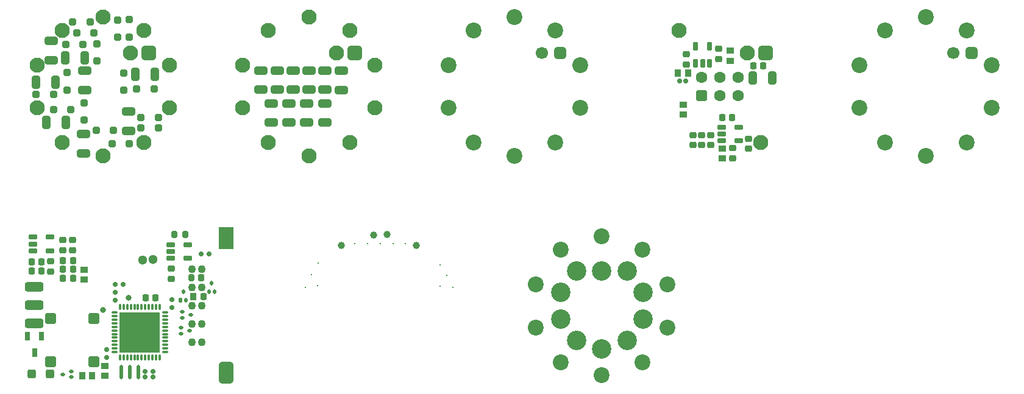
<source format=gts>
G04 Layer_Color=8388736*
%FSLAX25Y25*%
%MOIN*%
G70*
G01*
G75*
%ADD50C,0.03937*%
%ADD53C,0.03150*%
%ADD86R,0.03543X0.03937*%
G04:AMPARAMS|DCode=87|XSize=39.37mil|YSize=35.43mil|CornerRadius=9.84mil|HoleSize=0mil|Usage=FLASHONLY|Rotation=90.000|XOffset=0mil|YOffset=0mil|HoleType=Round|Shape=RoundedRectangle|*
%AMROUNDEDRECTD87*
21,1,0.03937,0.01575,0,0,90.0*
21,1,0.01969,0.03543,0,0,90.0*
1,1,0.01969,0.00787,0.00984*
1,1,0.01969,0.00787,-0.00984*
1,1,0.01969,-0.00787,-0.00984*
1,1,0.01969,-0.00787,0.00984*
%
%ADD87ROUNDEDRECTD87*%
%ADD88R,0.03937X0.03543*%
G04:AMPARAMS|DCode=89|XSize=23.62mil|YSize=27.56mil|CornerRadius=6.89mil|HoleSize=0mil|Usage=FLASHONLY|Rotation=90.000|XOffset=0mil|YOffset=0mil|HoleType=Round|Shape=RoundedRectangle|*
%AMROUNDEDRECTD89*
21,1,0.02362,0.01378,0,0,90.0*
21,1,0.00984,0.02756,0,0,90.0*
1,1,0.01378,0.00689,0.00492*
1,1,0.01378,0.00689,-0.00492*
1,1,0.01378,-0.00689,-0.00492*
1,1,0.01378,-0.00689,0.00492*
%
%ADD89ROUNDEDRECTD89*%
G04:AMPARAMS|DCode=90|XSize=39.37mil|YSize=31.5mil|CornerRadius=8.86mil|HoleSize=0mil|Usage=FLASHONLY|Rotation=90.000|XOffset=0mil|YOffset=0mil|HoleType=Round|Shape=RoundedRectangle|*
%AMROUNDEDRECTD90*
21,1,0.03937,0.01378,0,0,90.0*
21,1,0.02165,0.03150,0,0,90.0*
1,1,0.01772,0.00689,0.01083*
1,1,0.01772,0.00689,-0.01083*
1,1,0.01772,-0.00689,-0.01083*
1,1,0.01772,-0.00689,0.01083*
%
%ADD90ROUNDEDRECTD90*%
G04:AMPARAMS|DCode=91|XSize=29.53mil|YSize=47.24mil|CornerRadius=8.37mil|HoleSize=0mil|Usage=FLASHONLY|Rotation=90.000|XOffset=0mil|YOffset=0mil|HoleType=Round|Shape=RoundedRectangle|*
%AMROUNDEDRECTD91*
21,1,0.02953,0.03051,0,0,90.0*
21,1,0.01280,0.04724,0,0,90.0*
1,1,0.01673,0.01526,0.00640*
1,1,0.01673,0.01526,-0.00640*
1,1,0.01673,-0.01526,-0.00640*
1,1,0.01673,-0.01526,0.00640*
%
%ADD91ROUNDEDRECTD91*%
G04:AMPARAMS|DCode=92|XSize=48.94mil|YSize=48.94mil|CornerRadius=13.22mil|HoleSize=0mil|Usage=FLASHONLY|Rotation=90.000|XOffset=0mil|YOffset=0mil|HoleType=Round|Shape=RoundedRectangle|*
%AMROUNDEDRECTD92*
21,1,0.04894,0.02250,0,0,90.0*
21,1,0.02250,0.04894,0,0,90.0*
1,1,0.02644,0.01125,0.01125*
1,1,0.02644,0.01125,-0.01125*
1,1,0.02644,-0.01125,-0.01125*
1,1,0.02644,-0.01125,0.01125*
%
%ADD92ROUNDEDRECTD92*%
G04:AMPARAMS|DCode=93|XSize=17.72mil|YSize=25.59mil|CornerRadius=5.41mil|HoleSize=0mil|Usage=FLASHONLY|Rotation=270.000|XOffset=0mil|YOffset=0mil|HoleType=Round|Shape=RoundedRectangle|*
%AMROUNDEDRECTD93*
21,1,0.01772,0.01476,0,0,270.0*
21,1,0.00689,0.02559,0,0,270.0*
1,1,0.01083,-0.00738,-0.00345*
1,1,0.01083,-0.00738,0.00345*
1,1,0.01083,0.00738,0.00345*
1,1,0.01083,0.00738,-0.00345*
%
%ADD93ROUNDEDRECTD93*%
G04:AMPARAMS|DCode=94|XSize=23.62mil|YSize=27.56mil|CornerRadius=6.89mil|HoleSize=0mil|Usage=FLASHONLY|Rotation=0.000|XOffset=0mil|YOffset=0mil|HoleType=Round|Shape=RoundedRectangle|*
%AMROUNDEDRECTD94*
21,1,0.02362,0.01378,0,0,0.0*
21,1,0.00984,0.02756,0,0,0.0*
1,1,0.01378,0.00492,-0.00689*
1,1,0.01378,-0.00492,-0.00689*
1,1,0.01378,-0.00492,0.00689*
1,1,0.01378,0.00492,0.00689*
%
%ADD94ROUNDEDRECTD94*%
%ADD95O,0.01378X0.03740*%
%ADD96O,0.03740X0.01378*%
%ADD97R,0.22441X0.22441*%
G04:AMPARAMS|DCode=98|XSize=39.37mil|YSize=35.43mil|CornerRadius=9.84mil|HoleSize=0mil|Usage=FLASHONLY|Rotation=0.000|XOffset=0mil|YOffset=0mil|HoleType=Round|Shape=RoundedRectangle|*
%AMROUNDEDRECTD98*
21,1,0.03937,0.01575,0,0,0.0*
21,1,0.01969,0.03543,0,0,0.0*
1,1,0.01969,0.00984,-0.00787*
1,1,0.01969,-0.00984,-0.00787*
1,1,0.01969,-0.00984,0.00787*
1,1,0.01969,0.00984,0.00787*
%
%ADD98ROUNDEDRECTD98*%
G04:AMPARAMS|DCode=99|XSize=39.37mil|YSize=35.43mil|CornerRadius=0mil|HoleSize=0mil|Usage=FLASHONLY|Rotation=90.000|XOffset=0mil|YOffset=0mil|HoleType=Round|Shape=Octagon|*
%AMOCTAGOND99*
4,1,8,0.00886,0.01969,-0.00886,0.01969,-0.01772,0.01083,-0.01772,-0.01083,-0.00886,-0.01969,0.00886,-0.01969,0.01772,-0.01083,0.01772,0.01083,0.00886,0.01969,0.0*
%
%ADD99OCTAGOND99*%

G04:AMPARAMS|DCode=100|XSize=17.72mil|YSize=25.59mil|CornerRadius=5.41mil|HoleSize=0mil|Usage=FLASHONLY|Rotation=180.000|XOffset=0mil|YOffset=0mil|HoleType=Round|Shape=RoundedRectangle|*
%AMROUNDEDRECTD100*
21,1,0.01772,0.01476,0,0,180.0*
21,1,0.00689,0.02559,0,0,180.0*
1,1,0.01083,-0.00345,0.00738*
1,1,0.01083,0.00345,0.00738*
1,1,0.01083,0.00345,-0.00738*
1,1,0.01083,-0.00345,-0.00738*
%
%ADD100ROUNDEDRECTD100*%
G04:AMPARAMS|DCode=101|XSize=17.72mil|YSize=25.59mil|CornerRadius=0mil|HoleSize=0mil|Usage=FLASHONLY|Rotation=180.000|XOffset=0mil|YOffset=0mil|HoleType=Round|Shape=Octagon|*
%AMOCTAGOND101*
4,1,8,0.00443,-0.01280,-0.00443,-0.01280,-0.00886,-0.00837,-0.00886,0.00837,-0.00443,0.01280,0.00443,0.01280,0.00886,0.00837,0.00886,-0.00837,0.00443,-0.01280,0.0*
%
%ADD101OCTAGOND101*%

G04:AMPARAMS|DCode=102|XSize=19.69mil|YSize=78.74mil|CornerRadius=5.91mil|HoleSize=0mil|Usage=FLASHONLY|Rotation=180.000|XOffset=0mil|YOffset=0mil|HoleType=Round|Shape=RoundedRectangle|*
%AMROUNDEDRECTD102*
21,1,0.01969,0.06693,0,0,180.0*
21,1,0.00787,0.07874,0,0,180.0*
1,1,0.01181,-0.00394,0.03347*
1,1,0.01181,0.00394,0.03347*
1,1,0.01181,0.00394,-0.03347*
1,1,0.01181,-0.00394,-0.03347*
%
%ADD102ROUNDEDRECTD102*%
G04:AMPARAMS|DCode=103|XSize=62.99mil|YSize=62.99mil|CornerRadius=16.73mil|HoleSize=0mil|Usage=FLASHONLY|Rotation=180.000|XOffset=0mil|YOffset=0mil|HoleType=Round|Shape=RoundedRectangle|*
%AMROUNDEDRECTD103*
21,1,0.06299,0.02953,0,0,180.0*
21,1,0.02953,0.06299,0,0,180.0*
1,1,0.03347,-0.01476,0.01476*
1,1,0.03347,0.01476,0.01476*
1,1,0.03347,0.01476,-0.01476*
1,1,0.03347,-0.01476,-0.01476*
%
%ADD103ROUNDEDRECTD103*%
G04:AMPARAMS|DCode=104|XSize=102.36mil|YSize=51.18mil|CornerRadius=13.78mil|HoleSize=0mil|Usage=FLASHONLY|Rotation=180.000|XOffset=0mil|YOffset=0mil|HoleType=Round|Shape=RoundedRectangle|*
%AMROUNDEDRECTD104*
21,1,0.10236,0.02362,0,0,180.0*
21,1,0.07480,0.05118,0,0,180.0*
1,1,0.02756,-0.03740,0.01181*
1,1,0.02756,0.03740,0.01181*
1,1,0.02756,0.03740,-0.01181*
1,1,0.02756,-0.03740,-0.01181*
%
%ADD104ROUNDEDRECTD104*%
G04:AMPARAMS|DCode=105|XSize=122.05mil|YSize=82.68mil|CornerRadius=21.65mil|HoleSize=0mil|Usage=FLASHONLY|Rotation=270.000|XOffset=0mil|YOffset=0mil|HoleType=Round|Shape=RoundedRectangle|*
%AMROUNDEDRECTD105*
21,1,0.12205,0.03937,0,0,270.0*
21,1,0.07874,0.08268,0,0,270.0*
1,1,0.04331,-0.01969,-0.03937*
1,1,0.04331,-0.01969,0.03937*
1,1,0.04331,0.01969,0.03937*
1,1,0.04331,0.01969,-0.03937*
%
%ADD105ROUNDEDRECTD105*%
%ADD106R,0.08268X0.12205*%
%ADD107R,0.02559X0.04724*%
G04:AMPARAMS|DCode=108|XSize=70.87mil|YSize=47.24mil|CornerRadius=12.8mil|HoleSize=0mil|Usage=FLASHONLY|Rotation=0.000|XOffset=0mil|YOffset=0mil|HoleType=Round|Shape=RoundedRectangle|*
%AMROUNDEDRECTD108*
21,1,0.07087,0.02165,0,0,0.0*
21,1,0.04528,0.04724,0,0,0.0*
1,1,0.02559,0.02264,-0.01083*
1,1,0.02559,-0.02264,-0.01083*
1,1,0.02559,-0.02264,0.01083*
1,1,0.02559,0.02264,0.01083*
%
%ADD108ROUNDEDRECTD108*%
G04:AMPARAMS|DCode=109|XSize=39.37mil|YSize=39.37mil|CornerRadius=10.83mil|HoleSize=0mil|Usage=FLASHONLY|Rotation=270.000|XOffset=0mil|YOffset=0mil|HoleType=Round|Shape=RoundedRectangle|*
%AMROUNDEDRECTD109*
21,1,0.03937,0.01772,0,0,270.0*
21,1,0.01772,0.03937,0,0,270.0*
1,1,0.02165,-0.00886,-0.00886*
1,1,0.02165,-0.00886,0.00886*
1,1,0.02165,0.00886,0.00886*
1,1,0.02165,0.00886,-0.00886*
%
%ADD109ROUNDEDRECTD109*%
G04:AMPARAMS|DCode=110|XSize=39.37mil|YSize=39.37mil|CornerRadius=10.83mil|HoleSize=0mil|Usage=FLASHONLY|Rotation=0.000|XOffset=0mil|YOffset=0mil|HoleType=Round|Shape=RoundedRectangle|*
%AMROUNDEDRECTD110*
21,1,0.03937,0.01772,0,0,0.0*
21,1,0.01772,0.03937,0,0,0.0*
1,1,0.02165,0.00886,-0.00886*
1,1,0.02165,-0.00886,-0.00886*
1,1,0.02165,-0.00886,0.00886*
1,1,0.02165,0.00886,0.00886*
%
%ADD110ROUNDEDRECTD110*%
G04:AMPARAMS|DCode=111|XSize=70.87mil|YSize=47.24mil|CornerRadius=12.8mil|HoleSize=0mil|Usage=FLASHONLY|Rotation=90.000|XOffset=0mil|YOffset=0mil|HoleType=Round|Shape=RoundedRectangle|*
%AMROUNDEDRECTD111*
21,1,0.07087,0.02165,0,0,90.0*
21,1,0.04528,0.04724,0,0,90.0*
1,1,0.02559,0.01083,0.02264*
1,1,0.02559,0.01083,-0.02264*
1,1,0.02559,-0.01083,-0.02264*
1,1,0.02559,-0.01083,0.02264*
%
%ADD111ROUNDEDRECTD111*%
G04:AMPARAMS|DCode=112|XSize=27.56mil|YSize=47.24mil|CornerRadius=7.87mil|HoleSize=0mil|Usage=FLASHONLY|Rotation=180.000|XOffset=0mil|YOffset=0mil|HoleType=Round|Shape=RoundedRectangle|*
%AMROUNDEDRECTD112*
21,1,0.02756,0.03150,0,0,180.0*
21,1,0.01181,0.04724,0,0,180.0*
1,1,0.01575,-0.00591,0.01575*
1,1,0.01575,0.00591,0.01575*
1,1,0.01575,0.00591,-0.01575*
1,1,0.01575,-0.00591,-0.01575*
%
%ADD112ROUNDEDRECTD112*%
G04:AMPARAMS|DCode=113|XSize=23.62mil|YSize=23.62mil|CornerRadius=6.89mil|HoleSize=0mil|Usage=FLASHONLY|Rotation=180.000|XOffset=0mil|YOffset=0mil|HoleType=Round|Shape=RoundedRectangle|*
%AMROUNDEDRECTD113*
21,1,0.02362,0.00984,0,0,180.0*
21,1,0.00984,0.02362,0,0,180.0*
1,1,0.01378,-0.00492,0.00492*
1,1,0.01378,0.00492,0.00492*
1,1,0.01378,0.00492,-0.00492*
1,1,0.01378,-0.00492,-0.00492*
%
%ADD113ROUNDEDRECTD113*%
G04:AMPARAMS|DCode=114|XSize=27.56mil|YSize=47.24mil|CornerRadius=7.87mil|HoleSize=0mil|Usage=FLASHONLY|Rotation=90.000|XOffset=0mil|YOffset=0mil|HoleType=Round|Shape=RoundedRectangle|*
%AMROUNDEDRECTD114*
21,1,0.02756,0.03150,0,0,90.0*
21,1,0.01181,0.04724,0,0,90.0*
1,1,0.01575,0.01575,0.00591*
1,1,0.01575,0.01575,-0.00591*
1,1,0.01575,-0.01575,-0.00591*
1,1,0.01575,-0.01575,0.00591*
%
%ADD114ROUNDEDRECTD114*%
%ADD115C,0.08661*%
G04:AMPARAMS|DCode=116|XSize=66.93mil|YSize=66.93mil|CornerRadius=18.7mil|HoleSize=0mil|Usage=FLASHONLY|Rotation=180.000|XOffset=0mil|YOffset=0mil|HoleType=Round|Shape=RoundedRectangle|*
%AMROUNDEDRECTD116*
21,1,0.06693,0.02953,0,0,180.0*
21,1,0.02953,0.06693,0,0,180.0*
1,1,0.03740,-0.01476,0.01476*
1,1,0.03740,0.01476,0.01476*
1,1,0.03740,0.01476,-0.01476*
1,1,0.03740,-0.01476,-0.01476*
%
%ADD116ROUNDEDRECTD116*%
%ADD117C,0.06693*%
%ADD118C,0.05118*%
%ADD119C,0.04331*%
%ADD120C,0.08268*%
G04:AMPARAMS|DCode=121|XSize=82.68mil|YSize=82.68mil|CornerRadius=21.65mil|HoleSize=0mil|Usage=FLASHONLY|Rotation=180.000|XOffset=0mil|YOffset=0mil|HoleType=Round|Shape=RoundedRectangle|*
%AMROUNDEDRECTD121*
21,1,0.08268,0.03937,0,0,180.0*
21,1,0.03937,0.08268,0,0,180.0*
1,1,0.04331,-0.01969,0.01969*
1,1,0.04331,0.01969,0.01969*
1,1,0.04331,0.01969,-0.01969*
1,1,0.04331,-0.01969,-0.01969*
%
%ADD121ROUNDEDRECTD121*%
%ADD122C,0.06299*%
%ADD123C,0.00800*%
%ADD124C,0.10630*%
D50*
X233189Y107677D02*
D03*
X192245D02*
D03*
X209863Y113386D02*
D03*
X217048Y113484D02*
D03*
D53*
X75886Y78888D02*
D03*
X61713Y72392D02*
D03*
D86*
X111221Y79478D02*
D03*
X55996Y36262D02*
D03*
X50484D02*
D03*
X376353Y201969D02*
D03*
X381865D02*
D03*
D87*
X116732Y79478D02*
D03*
X85138Y78888D02*
D03*
X90650D02*
D03*
X115551Y89912D02*
D03*
X39961Y99459D02*
D03*
X45472D02*
D03*
X39961Y94538D02*
D03*
X45472D02*
D03*
X22736Y98671D02*
D03*
X28248D02*
D03*
X22736Y93553D02*
D03*
X28248D02*
D03*
X45472Y89616D02*
D03*
X39961D02*
D03*
X417397Y205807D02*
D03*
X422908D02*
D03*
X400369Y177559D02*
D03*
X405881D02*
D03*
D88*
X62992Y41683D02*
D03*
Y36171D02*
D03*
X51415Y88891D02*
D03*
Y94402D02*
D03*
X400566Y155217D02*
D03*
Y160728D02*
D03*
X404995Y214272D02*
D03*
Y208760D02*
D03*
X379306Y179232D02*
D03*
Y184744D02*
D03*
D89*
X115472Y102805D02*
D03*
X119764D02*
D03*
X68425Y86171D02*
D03*
X72716D02*
D03*
X89055Y38632D02*
D03*
X84764D02*
D03*
X89153Y35482D02*
D03*
X84862D02*
D03*
D90*
X100787Y113534D02*
D03*
X106693D02*
D03*
D91*
X98819Y108120D02*
D03*
Y104380D02*
D03*
Y100640D02*
D03*
X108268D02*
D03*
Y108120D02*
D03*
X23425Y112156D02*
D03*
Y108415D02*
D03*
Y104675D02*
D03*
X32874D02*
D03*
Y112156D02*
D03*
D92*
X32933Y37156D02*
D03*
X22933D02*
D03*
D93*
X44488Y35482D02*
D03*
Y38632D02*
D03*
X39764Y37057D02*
D03*
X105118Y71211D02*
D03*
Y68061D02*
D03*
X109843Y69636D02*
D03*
X104626Y62549D02*
D03*
Y59400D02*
D03*
X109350Y60975D02*
D03*
D94*
X63976Y46329D02*
D03*
Y50620D02*
D03*
X68602Y77727D02*
D03*
Y82018D02*
D03*
X99606Y78081D02*
D03*
Y73790D02*
D03*
D95*
X71161Y46309D02*
D03*
X73130D02*
D03*
X75098D02*
D03*
X77067D02*
D03*
X79035D02*
D03*
X81004D02*
D03*
X82972D02*
D03*
X84941D02*
D03*
X86909D02*
D03*
X88878D02*
D03*
X90847D02*
D03*
X92815D02*
D03*
Y73868D02*
D03*
X90847D02*
D03*
X88878D02*
D03*
X86909D02*
D03*
X84941D02*
D03*
X82972D02*
D03*
X81004D02*
D03*
X79035D02*
D03*
X77067D02*
D03*
X75098D02*
D03*
X73130D02*
D03*
X71161D02*
D03*
D96*
X95768Y49262D02*
D03*
Y51230D02*
D03*
Y53199D02*
D03*
Y55167D02*
D03*
Y57136D02*
D03*
Y59104D02*
D03*
Y61073D02*
D03*
Y63041D02*
D03*
Y65010D02*
D03*
Y66978D02*
D03*
Y68947D02*
D03*
Y70915D02*
D03*
X68209D02*
D03*
Y68947D02*
D03*
Y66978D02*
D03*
Y65010D02*
D03*
Y63041D02*
D03*
Y61073D02*
D03*
Y59104D02*
D03*
Y57136D02*
D03*
Y55167D02*
D03*
Y53199D02*
D03*
Y51230D02*
D03*
Y49262D02*
D03*
D97*
X81988Y60089D02*
D03*
D98*
X99114Y94931D02*
D03*
Y89419D02*
D03*
X39961Y110482D02*
D03*
Y104971D02*
D03*
X45079Y110482D02*
D03*
Y104971D02*
D03*
X33268Y93356D02*
D03*
Y98868D02*
D03*
X384424Y162599D02*
D03*
Y168110D02*
D03*
X389247D02*
D03*
Y162599D02*
D03*
X406270Y155313D02*
D03*
Y160825D02*
D03*
X380881Y212205D02*
D03*
Y206693D02*
D03*
X394070Y168110D02*
D03*
Y162599D02*
D03*
X398401Y215158D02*
D03*
Y209646D02*
D03*
X414838Y166043D02*
D03*
Y160531D02*
D03*
D99*
X110039Y89912D02*
D03*
D100*
X119783Y82234D02*
D03*
X122933D02*
D03*
X121358Y86959D02*
D03*
X107283Y77510D02*
D03*
X105709Y82234D02*
D03*
D101*
X104134Y77510D02*
D03*
D102*
X81201Y38337D02*
D03*
X76476D02*
D03*
X71752D02*
D03*
D103*
X33169Y67667D02*
D03*
X56791D02*
D03*
X33169Y44045D02*
D03*
X56791D02*
D03*
X389286Y189606D02*
D03*
D104*
X24114Y84803D02*
D03*
Y74803D02*
D03*
Y64803D02*
D03*
D105*
X129134Y37845D02*
D03*
D106*
Y111467D02*
D03*
D107*
X24409Y49104D02*
D03*
X20669Y57805D02*
D03*
X28150Y58002D02*
D03*
D108*
X51772Y192520D02*
D03*
Y203150D02*
D03*
X33563Y209055D02*
D03*
Y219685D02*
D03*
X51083Y157874D02*
D03*
Y168504D02*
D03*
X75984Y180905D02*
D03*
Y170276D02*
D03*
X183194Y192815D02*
D03*
Y203445D02*
D03*
X174483Y192815D02*
D03*
Y203445D02*
D03*
X165773Y192815D02*
D03*
Y203445D02*
D03*
X157062Y192815D02*
D03*
Y203445D02*
D03*
X148351Y192815D02*
D03*
Y203445D02*
D03*
X153863Y174803D02*
D03*
Y185433D02*
D03*
X163607Y174803D02*
D03*
Y185433D02*
D03*
X173351Y174803D02*
D03*
Y185433D02*
D03*
X183096Y174803D02*
D03*
Y185433D02*
D03*
X192151Y192717D02*
D03*
Y203346D02*
D03*
D109*
X82579Y177461D02*
D03*
X92028D02*
D03*
X92126Y171949D02*
D03*
X82677D02*
D03*
X76279Y163287D02*
D03*
X66831D02*
D03*
X67520Y170571D02*
D03*
X58071D02*
D03*
X89764Y193307D02*
D03*
X80315D02*
D03*
X44291Y182087D02*
D03*
X34843D02*
D03*
X25295Y190354D02*
D03*
X34744D02*
D03*
X50886Y217520D02*
D03*
X41437D02*
D03*
X47441Y223917D02*
D03*
X56890D02*
D03*
X54724Y229921D02*
D03*
X45276D02*
D03*
D110*
X73327Y192520D02*
D03*
Y201969D02*
D03*
X51673Y176280D02*
D03*
Y185728D02*
D03*
X76083Y221752D02*
D03*
Y231201D02*
D03*
X69980Y231102D02*
D03*
Y221654D02*
D03*
X42126Y192717D02*
D03*
Y202165D02*
D03*
X58661Y208465D02*
D03*
Y217913D02*
D03*
D111*
X51968Y210138D02*
D03*
X41339D02*
D03*
X35925Y197047D02*
D03*
X25295D02*
D03*
X41535Y174803D02*
D03*
X30906D02*
D03*
X90256Y201280D02*
D03*
X79626D02*
D03*
X427830Y199409D02*
D03*
X417200D02*
D03*
D112*
X385999Y216634D02*
D03*
X393479D02*
D03*
Y207185D02*
D03*
X389739D02*
D03*
X385999D02*
D03*
D113*
X377259Y197539D02*
D03*
X380566D02*
D03*
D114*
X409523Y172441D02*
D03*
Y164961D02*
D03*
X400074D02*
D03*
Y168701D02*
D03*
Y172441D02*
D03*
D115*
X264524Y225329D02*
D03*
X250720Y206329D02*
D03*
Y182844D02*
D03*
X264524Y163844D02*
D03*
X286860Y156587D02*
D03*
X309196Y163844D02*
D03*
X323000Y182844D02*
D03*
Y206329D02*
D03*
X309196Y225329D02*
D03*
X286860Y232587D02*
D03*
X489377Y225329D02*
D03*
X475572Y206329D02*
D03*
Y182844D02*
D03*
X489377Y163844D02*
D03*
X511713Y156587D02*
D03*
X534048Y163844D02*
D03*
X547853Y182844D02*
D03*
Y206329D02*
D03*
X534048Y225329D02*
D03*
X511713Y232587D02*
D03*
X312211Y105251D02*
D03*
X298407Y86251D02*
D03*
Y62765D02*
D03*
X312211Y43765D02*
D03*
X334547Y36508D02*
D03*
X356883Y43765D02*
D03*
X370687Y62765D02*
D03*
Y86251D02*
D03*
X356883Y105251D02*
D03*
X334547Y112508D02*
D03*
D116*
X311860Y212894D02*
D03*
X536713D02*
D03*
D117*
X301860D02*
D03*
X526713D02*
D03*
D118*
X89075Y99852D02*
D03*
X83366Y99557D02*
D03*
D119*
X110454Y94612D02*
D03*
Y84612D02*
D03*
Y74612D02*
D03*
Y64612D02*
D03*
Y54612D02*
D03*
X115791D02*
D03*
Y94612D02*
D03*
Y64612D02*
D03*
Y84612D02*
D03*
Y74612D02*
D03*
D120*
X62008Y232587D02*
D03*
X84344Y225329D02*
D03*
X98148Y206329D02*
D03*
Y182844D02*
D03*
X84344Y163844D02*
D03*
X62008Y156587D02*
D03*
X39672Y163844D02*
D03*
X25868Y182844D02*
D03*
Y206329D02*
D03*
X39672Y225329D02*
D03*
X77008Y212894D02*
D03*
X414286D02*
D03*
X421622Y163844D02*
D03*
X376951Y225329D02*
D03*
X189434Y212894D02*
D03*
X174434Y232587D02*
D03*
X196770Y225329D02*
D03*
X210574Y206329D02*
D03*
Y182844D02*
D03*
X196770Y163844D02*
D03*
X174434Y156587D02*
D03*
X152098Y163844D02*
D03*
X138294Y182844D02*
D03*
Y206329D02*
D03*
X152098Y225329D02*
D03*
D121*
X87008Y212894D02*
D03*
X424286D02*
D03*
X199434D02*
D03*
D122*
X409286Y199606D02*
D03*
Y189606D02*
D03*
X399286Y199606D02*
D03*
Y189606D02*
D03*
X389286Y199606D02*
D03*
D123*
X199659Y108661D02*
D03*
X227349D02*
D03*
X213504D02*
D03*
X179646Y97835D02*
D03*
X179252Y85630D02*
D03*
X172559Y84744D02*
D03*
X246280Y85335D02*
D03*
X249922Y91240D02*
D03*
X246182Y97047D02*
D03*
X206582Y108661D02*
D03*
X220427D02*
D03*
X253170Y84744D02*
D03*
X175906Y91732D02*
D03*
D124*
X334646Y93717D02*
D03*
X320761D02*
D03*
X357112Y67307D02*
D03*
X334646Y50984D02*
D03*
X357112Y81906D02*
D03*
X320761Y55496D02*
D03*
X348530Y93717D02*
D03*
X312180Y67307D02*
D03*
Y81906D02*
D03*
X348530Y55496D02*
D03*
M02*

</source>
